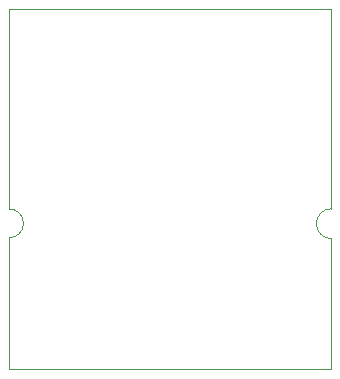
<source format=gbr>
G04 #@! TF.GenerationSoftware,KiCad,Pcbnew,(5.1.5)-3*
G04 #@! TF.CreationDate,2021-01-08T13:27:43+01:00*
G04 #@! TF.ProjectId,ndsbreakoutboard,6e647362-7265-4616-9b6f-7574626f6172,1.0*
G04 #@! TF.SameCoordinates,Original*
G04 #@! TF.FileFunction,Profile,NP*
%FSLAX46Y46*%
G04 Gerber Fmt 4.6, Leading zero omitted, Abs format (unit mm)*
G04 Created by KiCad (PCBNEW (5.1.5)-3) date 2021-01-08 13:27:43*
%MOMM*%
%LPD*%
G04 APERTURE LIST*
%ADD10C,0.120000*%
G04 APERTURE END LIST*
D10*
X84455000Y-80949800D02*
X84450000Y-92075000D01*
X84455785Y-78500188D02*
G75*
G02X84455000Y-80949800I19215J-1224812D01*
G01*
X111760000Y-78486000D02*
X111760000Y-61595000D01*
X111759914Y-81014001D02*
G75*
G02X111760000Y-78486000I-9914J1264001D01*
G01*
X84455000Y-61595000D02*
X84455785Y-78500187D01*
X111760000Y-61595000D02*
X84455000Y-61595000D01*
X111760000Y-92075000D02*
X111759914Y-81014001D01*
X84450000Y-92075000D02*
X111760000Y-92075000D01*
M02*

</source>
